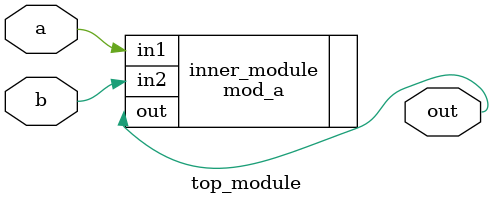
<source format=v>
module top_module ( input a, input b, output out );
    mod_a inner_module(.in1(a), .in2(b), .out(out) );
endmodule //top_module

</source>
